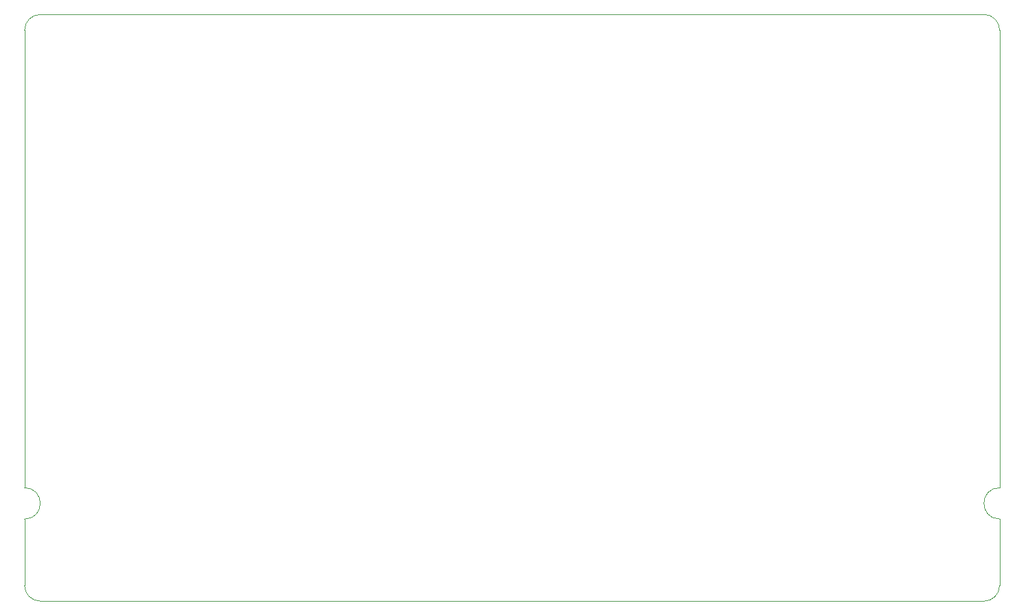
<source format=gbr>
%TF.GenerationSoftware,KiCad,Pcbnew,(5.1.10)-1*%
%TF.CreationDate,2021-11-19T22:40:20-06:00*%
%TF.ProjectId,hardware,68617264-7761-4726-952e-6b696361645f,rev?*%
%TF.SameCoordinates,Original*%
%TF.FileFunction,Profile,NP*%
%FSLAX46Y46*%
G04 Gerber Fmt 4.6, Leading zero omitted, Abs format (unit mm)*
G04 Created by KiCad (PCBNEW (5.1.10)-1) date 2021-11-19 22:40:20*
%MOMM*%
%LPD*%
G01*
G04 APERTURE LIST*
%TA.AperFunction,Profile*%
%ADD10C,0.050000*%
%TD*%
G04 APERTURE END LIST*
D10*
X175260000Y-127889000D02*
X163068000Y-127889000D01*
X175260000Y-51689000D02*
X163068000Y-51689000D01*
X65532000Y-127889000D02*
X52832000Y-127889000D01*
X65532000Y-51689000D02*
X52832000Y-51689000D01*
X175260000Y-51689000D02*
G75*
G02*
X177292000Y-53721000I0J-2032000D01*
G01*
X177292000Y-113157000D02*
X177292000Y-53721000D01*
X177292000Y-117221000D02*
G75*
G02*
X177292000Y-113157000I0J2032000D01*
G01*
X177292000Y-125857000D02*
X177292000Y-117221000D01*
X177292000Y-125857000D02*
G75*
G02*
X175260000Y-127889000I-2032000J0D01*
G01*
X65532000Y-127889000D02*
X163068000Y-127889000D01*
X52832000Y-127889000D02*
G75*
G02*
X50800000Y-125857000I0J2032000D01*
G01*
X50800000Y-117221000D02*
X50800000Y-125857000D01*
X50800000Y-113157000D02*
G75*
G02*
X50800000Y-117221000I0J-2032000D01*
G01*
X50800000Y-53721000D02*
X50800000Y-113157000D01*
X50800000Y-53721000D02*
G75*
G02*
X52832000Y-51689000I2032000J0D01*
G01*
X163068000Y-51689000D02*
X65532000Y-51689000D01*
M02*

</source>
